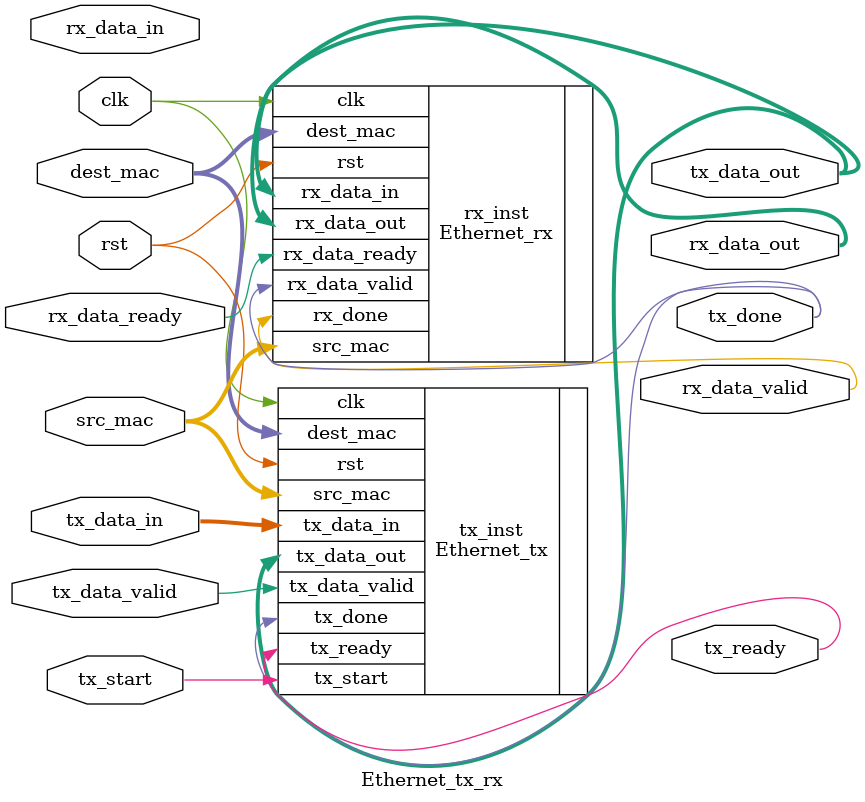
<source format=v>
module Ethernet_tx_rx ( 
    input wire clk,                // Clock signal for synchronization
    input wire rst,                // Reset signal for initializing the module
    input wire tx_start,           // Start signal for initiating transmission
    input wire [7:0] tx_data_in,  // 8-bit data input for transmission
    input wire tx_data_valid,     // Signal indicating if the tx_data_in is valid
    output wire tx_ready,          // Signal indicating that the transmitter is ready to send data
    output wire tx_done,           // Signal indicating that the transmission has completed
    output wire [7:0] tx_data_out,// 8-bit output for transmitted data
    input wire [7:0] rx_data_in,  // 8-bit incoming data for reception (simulated for testing)
    output wire [7:0] rx_data_out,// 8-bit output for received data
    output wire rx_data_valid,    // Signal indicating if the received data is valid
    input wire rx_data_ready,     // Signal indicating the receiver is ready to receive data
    input wire [47:0] src_mac,    // Source MAC address for both transmission and reception
    input wire [47:0] dest_mac    // Destination MAC address for both transmission and reception
);

    // Instantiate the Ethernet transmitter module (tx_inst)
    Ethernet_tx tx_inst (
        .clk(clk),                  // Connect clock
        .rst(rst),                  // Connect reset
        .tx_start(tx_start),        // Connect transmission start signal
        .tx_data_in(tx_data_in),   // Connect input data for transmission
        .tx_data_valid(tx_data_valid), // Connect valid signal for transmission data
        .tx_ready(tx_ready),        // Output signal indicating when transmitter is ready
        .tx_done(tx_done),          // Output signal indicating when transmission is complete
        .tx_data_out(tx_data_out), // Transmitted data output
        .src_mac(src_mac),          // Source MAC address for transmission
        .dest_mac(dest_mac)         // Destination MAC address for transmission
    );

    // Instantiate the Ethernet receiver module (rx_inst)
    Ethernet_rx rx_inst (
        .clk(clk),                  // Connect clock
        .rst(rst),                  // Connect reset
        .rx_data_valid(tx_done),    // rx_data_valid is set high when transmission is done (assuming reception after transmission)
        .rx_data_in(tx_data_out),  // Simulate reception by feeding back tx_data_out (the transmitted data)
        .rx_data_ready(rx_data_ready), // Ready signal from receiver (valid when ready to receive data)
        .rx_data_out(rx_data_out), // Output received data
        .rx_done(rx_data_valid),   // Signal indicating when data reception is complete and valid
        .src_mac(src_mac),          // Source MAC address for reception
        .dest_mac(dest_mac)         // Destination MAC address for reception
    );

endmodule

/*module Ethernet_tx_rx (
    input wire clk,
    input wire rst,
    input wire tx_start,
    input wire [7:0] tx_data_in,
    input wire tx_data_valid,
    output wire tx_ready,
    output wire tx_done,
    output wire [7:0] tx_data_out,
    input wire [7:0] rx_data_in,
    output wire [7:0] rx_data_out,
    output wire rx_data_valid,
    input wire rx_data_ready,
    input wire [47:0] src_mac,
    input wire [47:0] dest_mac
);
    // Instantiate transmitter and receiver modules
    Ethernet_tx tx_inst (
        .clk(clk),
        .rst(rst),
        .tx_start(tx_start),
        .tx_data_in(tx_data_in),
        .tx_data_valid(tx_data_valid),
        .tx_ready(tx_ready),
        .tx_done(tx_done),
        .tx_data_out(tx_data_out),
        .src_mac(src_mac),
        .dest_mac(dest_mac)
    );

    Ethernet_rx rx_inst (
        .clk(clk),
        .rst(rst),
        .rx_data_valid(tx_done),  // Assume the received data is valid after transmission completes
        .rx_data_in(tx_data_out), // Send tx_data_out as rx_data_in for testing
        .rx_data_ready(rx_data_ready),
        .rx_data_out(rx_data_out),
        .rx_done(rx_data_valid),
        .src_mac(src_mac),
        .dest_mac(dest_mac)
    );
endmodule
*/
</source>
